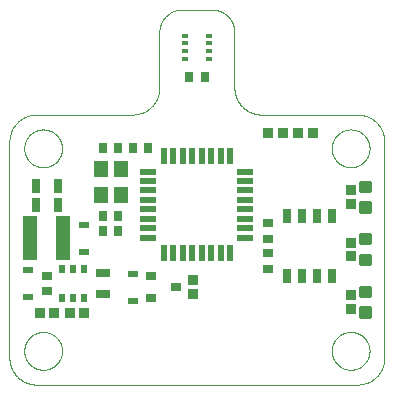
<source format=gtp>
G75*
%MOIN*%
%OFA0B0*%
%FSLAX25Y25*%
%IPPOS*%
%LPD*%
%AMOC8*
5,1,8,0,0,1.08239X$1,22.5*
%
%ADD10C,0.00000*%
%ADD11R,0.03543X0.02756*%
%ADD12R,0.04724X0.03150*%
%ADD13R,0.03150X0.04724*%
%ADD14R,0.03268X0.02480*%
%ADD15R,0.04724X0.14567*%
%ADD16R,0.03346X0.03543*%
%ADD17R,0.05709X0.01969*%
%ADD18R,0.01969X0.05709*%
%ADD19R,0.01969X0.01378*%
%ADD20R,0.02756X0.03543*%
%ADD21C,0.01181*%
%ADD22R,0.03543X0.03346*%
%ADD23R,0.02500X0.05000*%
%ADD24R,0.02480X0.03150*%
%ADD25R,0.03200X0.03500*%
%ADD26R,0.04724X0.05512*%
%ADD27R,0.03543X0.03150*%
D10*
X0009300Y0017556D02*
X0009300Y0089556D01*
X0009303Y0089773D01*
X0009311Y0089991D01*
X0009324Y0090208D01*
X0009342Y0090425D01*
X0009366Y0090641D01*
X0009394Y0090856D01*
X0009428Y0091071D01*
X0009468Y0091285D01*
X0009512Y0091498D01*
X0009562Y0091710D01*
X0009616Y0091920D01*
X0009676Y0092130D01*
X0009740Y0092337D01*
X0009810Y0092543D01*
X0009885Y0092747D01*
X0009964Y0092950D01*
X0010049Y0093150D01*
X0010138Y0093349D01*
X0010232Y0093545D01*
X0010331Y0093739D01*
X0010434Y0093930D01*
X0010542Y0094119D01*
X0010655Y0094305D01*
X0010772Y0094488D01*
X0010893Y0094669D01*
X0011019Y0094846D01*
X0011149Y0095020D01*
X0011283Y0095192D01*
X0011421Y0095360D01*
X0011563Y0095524D01*
X0011710Y0095685D01*
X0011860Y0095843D01*
X0012013Y0095996D01*
X0012171Y0096146D01*
X0012332Y0096293D01*
X0012496Y0096435D01*
X0012664Y0096573D01*
X0012836Y0096707D01*
X0013010Y0096837D01*
X0013187Y0096963D01*
X0013368Y0097084D01*
X0013551Y0097201D01*
X0013737Y0097314D01*
X0013926Y0097422D01*
X0014117Y0097525D01*
X0014311Y0097624D01*
X0014507Y0097718D01*
X0014706Y0097807D01*
X0014906Y0097892D01*
X0015109Y0097971D01*
X0015313Y0098046D01*
X0015519Y0098116D01*
X0015726Y0098180D01*
X0015936Y0098240D01*
X0016146Y0098294D01*
X0016358Y0098344D01*
X0016571Y0098388D01*
X0016785Y0098428D01*
X0017000Y0098462D01*
X0017215Y0098490D01*
X0017431Y0098514D01*
X0017648Y0098532D01*
X0017865Y0098545D01*
X0018083Y0098553D01*
X0018300Y0098556D01*
X0050300Y0098556D01*
X0050517Y0098559D01*
X0050735Y0098567D01*
X0050952Y0098580D01*
X0051169Y0098598D01*
X0051385Y0098622D01*
X0051600Y0098650D01*
X0051815Y0098684D01*
X0052029Y0098724D01*
X0052242Y0098768D01*
X0052454Y0098818D01*
X0052664Y0098872D01*
X0052874Y0098932D01*
X0053081Y0098996D01*
X0053287Y0099066D01*
X0053491Y0099141D01*
X0053694Y0099220D01*
X0053894Y0099305D01*
X0054093Y0099394D01*
X0054289Y0099488D01*
X0054483Y0099587D01*
X0054674Y0099690D01*
X0054863Y0099798D01*
X0055049Y0099911D01*
X0055232Y0100028D01*
X0055413Y0100149D01*
X0055590Y0100275D01*
X0055764Y0100405D01*
X0055936Y0100539D01*
X0056104Y0100677D01*
X0056268Y0100819D01*
X0056429Y0100966D01*
X0056587Y0101116D01*
X0056740Y0101269D01*
X0056890Y0101427D01*
X0057037Y0101588D01*
X0057179Y0101752D01*
X0057317Y0101920D01*
X0057451Y0102092D01*
X0057581Y0102266D01*
X0057707Y0102443D01*
X0057828Y0102624D01*
X0057945Y0102807D01*
X0058058Y0102993D01*
X0058166Y0103182D01*
X0058269Y0103373D01*
X0058368Y0103567D01*
X0058462Y0103763D01*
X0058551Y0103962D01*
X0058636Y0104162D01*
X0058715Y0104365D01*
X0058790Y0104569D01*
X0058860Y0104775D01*
X0058924Y0104982D01*
X0058984Y0105192D01*
X0059038Y0105402D01*
X0059088Y0105614D01*
X0059132Y0105827D01*
X0059172Y0106041D01*
X0059206Y0106256D01*
X0059234Y0106471D01*
X0059258Y0106687D01*
X0059276Y0106904D01*
X0059289Y0107121D01*
X0059297Y0107339D01*
X0059300Y0107556D01*
X0059300Y0126056D01*
X0059302Y0126237D01*
X0059309Y0126418D01*
X0059320Y0126599D01*
X0059335Y0126780D01*
X0059355Y0126960D01*
X0059379Y0127140D01*
X0059407Y0127319D01*
X0059440Y0127497D01*
X0059477Y0127674D01*
X0059518Y0127851D01*
X0059563Y0128026D01*
X0059613Y0128201D01*
X0059667Y0128374D01*
X0059725Y0128545D01*
X0059787Y0128716D01*
X0059854Y0128884D01*
X0059924Y0129051D01*
X0059998Y0129217D01*
X0060077Y0129380D01*
X0060159Y0129541D01*
X0060245Y0129701D01*
X0060335Y0129858D01*
X0060429Y0130013D01*
X0060526Y0130166D01*
X0060628Y0130316D01*
X0060732Y0130464D01*
X0060841Y0130610D01*
X0060952Y0130752D01*
X0061068Y0130892D01*
X0061186Y0131029D01*
X0061308Y0131164D01*
X0061433Y0131295D01*
X0061561Y0131423D01*
X0061692Y0131548D01*
X0061827Y0131670D01*
X0061964Y0131788D01*
X0062104Y0131904D01*
X0062246Y0132015D01*
X0062392Y0132124D01*
X0062540Y0132228D01*
X0062690Y0132330D01*
X0062843Y0132427D01*
X0062998Y0132521D01*
X0063155Y0132611D01*
X0063315Y0132697D01*
X0063476Y0132779D01*
X0063639Y0132858D01*
X0063805Y0132932D01*
X0063972Y0133002D01*
X0064140Y0133069D01*
X0064311Y0133131D01*
X0064482Y0133189D01*
X0064655Y0133243D01*
X0064830Y0133293D01*
X0065005Y0133338D01*
X0065182Y0133379D01*
X0065359Y0133416D01*
X0065537Y0133449D01*
X0065716Y0133477D01*
X0065896Y0133501D01*
X0066076Y0133521D01*
X0066257Y0133536D01*
X0066438Y0133547D01*
X0066619Y0133554D01*
X0066800Y0133556D01*
X0076800Y0133556D01*
X0076981Y0133554D01*
X0077162Y0133547D01*
X0077343Y0133536D01*
X0077524Y0133521D01*
X0077704Y0133501D01*
X0077884Y0133477D01*
X0078063Y0133449D01*
X0078241Y0133416D01*
X0078418Y0133379D01*
X0078595Y0133338D01*
X0078770Y0133293D01*
X0078945Y0133243D01*
X0079118Y0133189D01*
X0079289Y0133131D01*
X0079460Y0133069D01*
X0079628Y0133002D01*
X0079795Y0132932D01*
X0079961Y0132858D01*
X0080124Y0132779D01*
X0080285Y0132697D01*
X0080445Y0132611D01*
X0080602Y0132521D01*
X0080757Y0132427D01*
X0080910Y0132330D01*
X0081060Y0132228D01*
X0081208Y0132124D01*
X0081354Y0132015D01*
X0081496Y0131904D01*
X0081636Y0131788D01*
X0081773Y0131670D01*
X0081908Y0131548D01*
X0082039Y0131423D01*
X0082167Y0131295D01*
X0082292Y0131164D01*
X0082414Y0131029D01*
X0082532Y0130892D01*
X0082648Y0130752D01*
X0082759Y0130610D01*
X0082868Y0130464D01*
X0082972Y0130316D01*
X0083074Y0130166D01*
X0083171Y0130013D01*
X0083265Y0129858D01*
X0083355Y0129701D01*
X0083441Y0129541D01*
X0083523Y0129380D01*
X0083602Y0129217D01*
X0083676Y0129051D01*
X0083746Y0128884D01*
X0083813Y0128716D01*
X0083875Y0128545D01*
X0083933Y0128374D01*
X0083987Y0128201D01*
X0084037Y0128026D01*
X0084082Y0127851D01*
X0084123Y0127674D01*
X0084160Y0127497D01*
X0084193Y0127319D01*
X0084221Y0127140D01*
X0084245Y0126960D01*
X0084265Y0126780D01*
X0084280Y0126599D01*
X0084291Y0126418D01*
X0084298Y0126237D01*
X0084300Y0126056D01*
X0084300Y0107556D01*
X0084303Y0107339D01*
X0084311Y0107121D01*
X0084324Y0106904D01*
X0084342Y0106687D01*
X0084366Y0106471D01*
X0084394Y0106256D01*
X0084428Y0106041D01*
X0084468Y0105827D01*
X0084512Y0105614D01*
X0084562Y0105402D01*
X0084616Y0105192D01*
X0084676Y0104982D01*
X0084740Y0104775D01*
X0084810Y0104569D01*
X0084885Y0104365D01*
X0084964Y0104162D01*
X0085049Y0103962D01*
X0085138Y0103763D01*
X0085232Y0103567D01*
X0085331Y0103373D01*
X0085434Y0103182D01*
X0085542Y0102993D01*
X0085655Y0102807D01*
X0085772Y0102624D01*
X0085893Y0102443D01*
X0086019Y0102266D01*
X0086149Y0102092D01*
X0086283Y0101920D01*
X0086421Y0101752D01*
X0086563Y0101588D01*
X0086710Y0101427D01*
X0086860Y0101269D01*
X0087013Y0101116D01*
X0087171Y0100966D01*
X0087332Y0100819D01*
X0087496Y0100677D01*
X0087664Y0100539D01*
X0087836Y0100405D01*
X0088010Y0100275D01*
X0088187Y0100149D01*
X0088368Y0100028D01*
X0088551Y0099911D01*
X0088737Y0099798D01*
X0088926Y0099690D01*
X0089117Y0099587D01*
X0089311Y0099488D01*
X0089507Y0099394D01*
X0089706Y0099305D01*
X0089906Y0099220D01*
X0090109Y0099141D01*
X0090313Y0099066D01*
X0090519Y0098996D01*
X0090726Y0098932D01*
X0090936Y0098872D01*
X0091146Y0098818D01*
X0091358Y0098768D01*
X0091571Y0098724D01*
X0091785Y0098684D01*
X0092000Y0098650D01*
X0092215Y0098622D01*
X0092431Y0098598D01*
X0092648Y0098580D01*
X0092865Y0098567D01*
X0093083Y0098559D01*
X0093300Y0098556D01*
X0125300Y0098556D01*
X0125517Y0098553D01*
X0125735Y0098545D01*
X0125952Y0098532D01*
X0126169Y0098514D01*
X0126385Y0098490D01*
X0126600Y0098462D01*
X0126815Y0098428D01*
X0127029Y0098388D01*
X0127242Y0098344D01*
X0127454Y0098294D01*
X0127664Y0098240D01*
X0127874Y0098180D01*
X0128081Y0098116D01*
X0128287Y0098046D01*
X0128491Y0097971D01*
X0128694Y0097892D01*
X0128894Y0097807D01*
X0129093Y0097718D01*
X0129289Y0097624D01*
X0129483Y0097525D01*
X0129674Y0097422D01*
X0129863Y0097314D01*
X0130049Y0097201D01*
X0130232Y0097084D01*
X0130413Y0096963D01*
X0130590Y0096837D01*
X0130764Y0096707D01*
X0130936Y0096573D01*
X0131104Y0096435D01*
X0131268Y0096293D01*
X0131429Y0096146D01*
X0131587Y0095996D01*
X0131740Y0095843D01*
X0131890Y0095685D01*
X0132037Y0095524D01*
X0132179Y0095360D01*
X0132317Y0095192D01*
X0132451Y0095020D01*
X0132581Y0094846D01*
X0132707Y0094669D01*
X0132828Y0094488D01*
X0132945Y0094305D01*
X0133058Y0094119D01*
X0133166Y0093930D01*
X0133269Y0093739D01*
X0133368Y0093545D01*
X0133462Y0093349D01*
X0133551Y0093150D01*
X0133636Y0092950D01*
X0133715Y0092747D01*
X0133790Y0092543D01*
X0133860Y0092337D01*
X0133924Y0092130D01*
X0133984Y0091920D01*
X0134038Y0091710D01*
X0134088Y0091498D01*
X0134132Y0091285D01*
X0134172Y0091071D01*
X0134206Y0090856D01*
X0134234Y0090641D01*
X0134258Y0090425D01*
X0134276Y0090208D01*
X0134289Y0089991D01*
X0134297Y0089773D01*
X0134300Y0089556D01*
X0134300Y0017556D01*
X0134297Y0017339D01*
X0134289Y0017121D01*
X0134276Y0016904D01*
X0134258Y0016687D01*
X0134234Y0016471D01*
X0134206Y0016256D01*
X0134172Y0016041D01*
X0134132Y0015827D01*
X0134088Y0015614D01*
X0134038Y0015402D01*
X0133984Y0015192D01*
X0133924Y0014982D01*
X0133860Y0014775D01*
X0133790Y0014569D01*
X0133715Y0014365D01*
X0133636Y0014162D01*
X0133551Y0013962D01*
X0133462Y0013763D01*
X0133368Y0013567D01*
X0133269Y0013373D01*
X0133166Y0013182D01*
X0133058Y0012993D01*
X0132945Y0012807D01*
X0132828Y0012624D01*
X0132707Y0012443D01*
X0132581Y0012266D01*
X0132451Y0012092D01*
X0132317Y0011920D01*
X0132179Y0011752D01*
X0132037Y0011588D01*
X0131890Y0011427D01*
X0131740Y0011269D01*
X0131587Y0011116D01*
X0131429Y0010966D01*
X0131268Y0010819D01*
X0131104Y0010677D01*
X0130936Y0010539D01*
X0130764Y0010405D01*
X0130590Y0010275D01*
X0130413Y0010149D01*
X0130232Y0010028D01*
X0130049Y0009911D01*
X0129863Y0009798D01*
X0129674Y0009690D01*
X0129483Y0009587D01*
X0129289Y0009488D01*
X0129093Y0009394D01*
X0128894Y0009305D01*
X0128694Y0009220D01*
X0128491Y0009141D01*
X0128287Y0009066D01*
X0128081Y0008996D01*
X0127874Y0008932D01*
X0127664Y0008872D01*
X0127454Y0008818D01*
X0127242Y0008768D01*
X0127029Y0008724D01*
X0126815Y0008684D01*
X0126600Y0008650D01*
X0126385Y0008622D01*
X0126169Y0008598D01*
X0125952Y0008580D01*
X0125735Y0008567D01*
X0125517Y0008559D01*
X0125300Y0008556D01*
X0018300Y0008556D01*
X0018083Y0008559D01*
X0017865Y0008567D01*
X0017648Y0008580D01*
X0017431Y0008598D01*
X0017215Y0008622D01*
X0017000Y0008650D01*
X0016785Y0008684D01*
X0016571Y0008724D01*
X0016358Y0008768D01*
X0016146Y0008818D01*
X0015936Y0008872D01*
X0015726Y0008932D01*
X0015519Y0008996D01*
X0015313Y0009066D01*
X0015109Y0009141D01*
X0014906Y0009220D01*
X0014706Y0009305D01*
X0014507Y0009394D01*
X0014311Y0009488D01*
X0014117Y0009587D01*
X0013926Y0009690D01*
X0013737Y0009798D01*
X0013551Y0009911D01*
X0013368Y0010028D01*
X0013187Y0010149D01*
X0013010Y0010275D01*
X0012836Y0010405D01*
X0012664Y0010539D01*
X0012496Y0010677D01*
X0012332Y0010819D01*
X0012171Y0010966D01*
X0012013Y0011116D01*
X0011860Y0011269D01*
X0011710Y0011427D01*
X0011563Y0011588D01*
X0011421Y0011752D01*
X0011283Y0011920D01*
X0011149Y0012092D01*
X0011019Y0012266D01*
X0010893Y0012443D01*
X0010772Y0012624D01*
X0010655Y0012807D01*
X0010542Y0012993D01*
X0010434Y0013182D01*
X0010331Y0013373D01*
X0010232Y0013567D01*
X0010138Y0013763D01*
X0010049Y0013962D01*
X0009964Y0014162D01*
X0009885Y0014365D01*
X0009810Y0014569D01*
X0009740Y0014775D01*
X0009676Y0014982D01*
X0009616Y0015192D01*
X0009562Y0015402D01*
X0009512Y0015614D01*
X0009468Y0015827D01*
X0009428Y0016041D01*
X0009394Y0016256D01*
X0009366Y0016471D01*
X0009342Y0016687D01*
X0009324Y0016904D01*
X0009311Y0017121D01*
X0009303Y0017339D01*
X0009300Y0017556D01*
X0014251Y0019806D02*
X0014253Y0019964D01*
X0014259Y0020122D01*
X0014269Y0020280D01*
X0014283Y0020438D01*
X0014301Y0020595D01*
X0014322Y0020752D01*
X0014348Y0020908D01*
X0014378Y0021064D01*
X0014411Y0021219D01*
X0014449Y0021372D01*
X0014490Y0021525D01*
X0014535Y0021677D01*
X0014584Y0021828D01*
X0014637Y0021977D01*
X0014693Y0022125D01*
X0014753Y0022271D01*
X0014817Y0022416D01*
X0014885Y0022559D01*
X0014956Y0022701D01*
X0015030Y0022841D01*
X0015108Y0022978D01*
X0015190Y0023114D01*
X0015274Y0023248D01*
X0015363Y0023379D01*
X0015454Y0023508D01*
X0015549Y0023635D01*
X0015646Y0023760D01*
X0015747Y0023882D01*
X0015851Y0024001D01*
X0015958Y0024118D01*
X0016068Y0024232D01*
X0016181Y0024343D01*
X0016296Y0024452D01*
X0016414Y0024557D01*
X0016535Y0024659D01*
X0016658Y0024759D01*
X0016784Y0024855D01*
X0016912Y0024948D01*
X0017042Y0025038D01*
X0017175Y0025124D01*
X0017310Y0025208D01*
X0017446Y0025287D01*
X0017585Y0025364D01*
X0017726Y0025436D01*
X0017868Y0025506D01*
X0018012Y0025571D01*
X0018158Y0025633D01*
X0018305Y0025691D01*
X0018454Y0025746D01*
X0018604Y0025797D01*
X0018755Y0025844D01*
X0018907Y0025887D01*
X0019060Y0025926D01*
X0019215Y0025962D01*
X0019370Y0025993D01*
X0019526Y0026021D01*
X0019682Y0026045D01*
X0019839Y0026065D01*
X0019997Y0026081D01*
X0020154Y0026093D01*
X0020313Y0026101D01*
X0020471Y0026105D01*
X0020629Y0026105D01*
X0020787Y0026101D01*
X0020946Y0026093D01*
X0021103Y0026081D01*
X0021261Y0026065D01*
X0021418Y0026045D01*
X0021574Y0026021D01*
X0021730Y0025993D01*
X0021885Y0025962D01*
X0022040Y0025926D01*
X0022193Y0025887D01*
X0022345Y0025844D01*
X0022496Y0025797D01*
X0022646Y0025746D01*
X0022795Y0025691D01*
X0022942Y0025633D01*
X0023088Y0025571D01*
X0023232Y0025506D01*
X0023374Y0025436D01*
X0023515Y0025364D01*
X0023654Y0025287D01*
X0023790Y0025208D01*
X0023925Y0025124D01*
X0024058Y0025038D01*
X0024188Y0024948D01*
X0024316Y0024855D01*
X0024442Y0024759D01*
X0024565Y0024659D01*
X0024686Y0024557D01*
X0024804Y0024452D01*
X0024919Y0024343D01*
X0025032Y0024232D01*
X0025142Y0024118D01*
X0025249Y0024001D01*
X0025353Y0023882D01*
X0025454Y0023760D01*
X0025551Y0023635D01*
X0025646Y0023508D01*
X0025737Y0023379D01*
X0025826Y0023248D01*
X0025910Y0023114D01*
X0025992Y0022978D01*
X0026070Y0022841D01*
X0026144Y0022701D01*
X0026215Y0022559D01*
X0026283Y0022416D01*
X0026347Y0022271D01*
X0026407Y0022125D01*
X0026463Y0021977D01*
X0026516Y0021828D01*
X0026565Y0021677D01*
X0026610Y0021525D01*
X0026651Y0021372D01*
X0026689Y0021219D01*
X0026722Y0021064D01*
X0026752Y0020908D01*
X0026778Y0020752D01*
X0026799Y0020595D01*
X0026817Y0020438D01*
X0026831Y0020280D01*
X0026841Y0020122D01*
X0026847Y0019964D01*
X0026849Y0019806D01*
X0026847Y0019648D01*
X0026841Y0019490D01*
X0026831Y0019332D01*
X0026817Y0019174D01*
X0026799Y0019017D01*
X0026778Y0018860D01*
X0026752Y0018704D01*
X0026722Y0018548D01*
X0026689Y0018393D01*
X0026651Y0018240D01*
X0026610Y0018087D01*
X0026565Y0017935D01*
X0026516Y0017784D01*
X0026463Y0017635D01*
X0026407Y0017487D01*
X0026347Y0017341D01*
X0026283Y0017196D01*
X0026215Y0017053D01*
X0026144Y0016911D01*
X0026070Y0016771D01*
X0025992Y0016634D01*
X0025910Y0016498D01*
X0025826Y0016364D01*
X0025737Y0016233D01*
X0025646Y0016104D01*
X0025551Y0015977D01*
X0025454Y0015852D01*
X0025353Y0015730D01*
X0025249Y0015611D01*
X0025142Y0015494D01*
X0025032Y0015380D01*
X0024919Y0015269D01*
X0024804Y0015160D01*
X0024686Y0015055D01*
X0024565Y0014953D01*
X0024442Y0014853D01*
X0024316Y0014757D01*
X0024188Y0014664D01*
X0024058Y0014574D01*
X0023925Y0014488D01*
X0023790Y0014404D01*
X0023654Y0014325D01*
X0023515Y0014248D01*
X0023374Y0014176D01*
X0023232Y0014106D01*
X0023088Y0014041D01*
X0022942Y0013979D01*
X0022795Y0013921D01*
X0022646Y0013866D01*
X0022496Y0013815D01*
X0022345Y0013768D01*
X0022193Y0013725D01*
X0022040Y0013686D01*
X0021885Y0013650D01*
X0021730Y0013619D01*
X0021574Y0013591D01*
X0021418Y0013567D01*
X0021261Y0013547D01*
X0021103Y0013531D01*
X0020946Y0013519D01*
X0020787Y0013511D01*
X0020629Y0013507D01*
X0020471Y0013507D01*
X0020313Y0013511D01*
X0020154Y0013519D01*
X0019997Y0013531D01*
X0019839Y0013547D01*
X0019682Y0013567D01*
X0019526Y0013591D01*
X0019370Y0013619D01*
X0019215Y0013650D01*
X0019060Y0013686D01*
X0018907Y0013725D01*
X0018755Y0013768D01*
X0018604Y0013815D01*
X0018454Y0013866D01*
X0018305Y0013921D01*
X0018158Y0013979D01*
X0018012Y0014041D01*
X0017868Y0014106D01*
X0017726Y0014176D01*
X0017585Y0014248D01*
X0017446Y0014325D01*
X0017310Y0014404D01*
X0017175Y0014488D01*
X0017042Y0014574D01*
X0016912Y0014664D01*
X0016784Y0014757D01*
X0016658Y0014853D01*
X0016535Y0014953D01*
X0016414Y0015055D01*
X0016296Y0015160D01*
X0016181Y0015269D01*
X0016068Y0015380D01*
X0015958Y0015494D01*
X0015851Y0015611D01*
X0015747Y0015730D01*
X0015646Y0015852D01*
X0015549Y0015977D01*
X0015454Y0016104D01*
X0015363Y0016233D01*
X0015274Y0016364D01*
X0015190Y0016498D01*
X0015108Y0016634D01*
X0015030Y0016771D01*
X0014956Y0016911D01*
X0014885Y0017053D01*
X0014817Y0017196D01*
X0014753Y0017341D01*
X0014693Y0017487D01*
X0014637Y0017635D01*
X0014584Y0017784D01*
X0014535Y0017935D01*
X0014490Y0018087D01*
X0014449Y0018240D01*
X0014411Y0018393D01*
X0014378Y0018548D01*
X0014348Y0018704D01*
X0014322Y0018860D01*
X0014301Y0019017D01*
X0014283Y0019174D01*
X0014269Y0019332D01*
X0014259Y0019490D01*
X0014253Y0019648D01*
X0014251Y0019806D01*
X0014251Y0087306D02*
X0014253Y0087464D01*
X0014259Y0087622D01*
X0014269Y0087780D01*
X0014283Y0087938D01*
X0014301Y0088095D01*
X0014322Y0088252D01*
X0014348Y0088408D01*
X0014378Y0088564D01*
X0014411Y0088719D01*
X0014449Y0088872D01*
X0014490Y0089025D01*
X0014535Y0089177D01*
X0014584Y0089328D01*
X0014637Y0089477D01*
X0014693Y0089625D01*
X0014753Y0089771D01*
X0014817Y0089916D01*
X0014885Y0090059D01*
X0014956Y0090201D01*
X0015030Y0090341D01*
X0015108Y0090478D01*
X0015190Y0090614D01*
X0015274Y0090748D01*
X0015363Y0090879D01*
X0015454Y0091008D01*
X0015549Y0091135D01*
X0015646Y0091260D01*
X0015747Y0091382D01*
X0015851Y0091501D01*
X0015958Y0091618D01*
X0016068Y0091732D01*
X0016181Y0091843D01*
X0016296Y0091952D01*
X0016414Y0092057D01*
X0016535Y0092159D01*
X0016658Y0092259D01*
X0016784Y0092355D01*
X0016912Y0092448D01*
X0017042Y0092538D01*
X0017175Y0092624D01*
X0017310Y0092708D01*
X0017446Y0092787D01*
X0017585Y0092864D01*
X0017726Y0092936D01*
X0017868Y0093006D01*
X0018012Y0093071D01*
X0018158Y0093133D01*
X0018305Y0093191D01*
X0018454Y0093246D01*
X0018604Y0093297D01*
X0018755Y0093344D01*
X0018907Y0093387D01*
X0019060Y0093426D01*
X0019215Y0093462D01*
X0019370Y0093493D01*
X0019526Y0093521D01*
X0019682Y0093545D01*
X0019839Y0093565D01*
X0019997Y0093581D01*
X0020154Y0093593D01*
X0020313Y0093601D01*
X0020471Y0093605D01*
X0020629Y0093605D01*
X0020787Y0093601D01*
X0020946Y0093593D01*
X0021103Y0093581D01*
X0021261Y0093565D01*
X0021418Y0093545D01*
X0021574Y0093521D01*
X0021730Y0093493D01*
X0021885Y0093462D01*
X0022040Y0093426D01*
X0022193Y0093387D01*
X0022345Y0093344D01*
X0022496Y0093297D01*
X0022646Y0093246D01*
X0022795Y0093191D01*
X0022942Y0093133D01*
X0023088Y0093071D01*
X0023232Y0093006D01*
X0023374Y0092936D01*
X0023515Y0092864D01*
X0023654Y0092787D01*
X0023790Y0092708D01*
X0023925Y0092624D01*
X0024058Y0092538D01*
X0024188Y0092448D01*
X0024316Y0092355D01*
X0024442Y0092259D01*
X0024565Y0092159D01*
X0024686Y0092057D01*
X0024804Y0091952D01*
X0024919Y0091843D01*
X0025032Y0091732D01*
X0025142Y0091618D01*
X0025249Y0091501D01*
X0025353Y0091382D01*
X0025454Y0091260D01*
X0025551Y0091135D01*
X0025646Y0091008D01*
X0025737Y0090879D01*
X0025826Y0090748D01*
X0025910Y0090614D01*
X0025992Y0090478D01*
X0026070Y0090341D01*
X0026144Y0090201D01*
X0026215Y0090059D01*
X0026283Y0089916D01*
X0026347Y0089771D01*
X0026407Y0089625D01*
X0026463Y0089477D01*
X0026516Y0089328D01*
X0026565Y0089177D01*
X0026610Y0089025D01*
X0026651Y0088872D01*
X0026689Y0088719D01*
X0026722Y0088564D01*
X0026752Y0088408D01*
X0026778Y0088252D01*
X0026799Y0088095D01*
X0026817Y0087938D01*
X0026831Y0087780D01*
X0026841Y0087622D01*
X0026847Y0087464D01*
X0026849Y0087306D01*
X0026847Y0087148D01*
X0026841Y0086990D01*
X0026831Y0086832D01*
X0026817Y0086674D01*
X0026799Y0086517D01*
X0026778Y0086360D01*
X0026752Y0086204D01*
X0026722Y0086048D01*
X0026689Y0085893D01*
X0026651Y0085740D01*
X0026610Y0085587D01*
X0026565Y0085435D01*
X0026516Y0085284D01*
X0026463Y0085135D01*
X0026407Y0084987D01*
X0026347Y0084841D01*
X0026283Y0084696D01*
X0026215Y0084553D01*
X0026144Y0084411D01*
X0026070Y0084271D01*
X0025992Y0084134D01*
X0025910Y0083998D01*
X0025826Y0083864D01*
X0025737Y0083733D01*
X0025646Y0083604D01*
X0025551Y0083477D01*
X0025454Y0083352D01*
X0025353Y0083230D01*
X0025249Y0083111D01*
X0025142Y0082994D01*
X0025032Y0082880D01*
X0024919Y0082769D01*
X0024804Y0082660D01*
X0024686Y0082555D01*
X0024565Y0082453D01*
X0024442Y0082353D01*
X0024316Y0082257D01*
X0024188Y0082164D01*
X0024058Y0082074D01*
X0023925Y0081988D01*
X0023790Y0081904D01*
X0023654Y0081825D01*
X0023515Y0081748D01*
X0023374Y0081676D01*
X0023232Y0081606D01*
X0023088Y0081541D01*
X0022942Y0081479D01*
X0022795Y0081421D01*
X0022646Y0081366D01*
X0022496Y0081315D01*
X0022345Y0081268D01*
X0022193Y0081225D01*
X0022040Y0081186D01*
X0021885Y0081150D01*
X0021730Y0081119D01*
X0021574Y0081091D01*
X0021418Y0081067D01*
X0021261Y0081047D01*
X0021103Y0081031D01*
X0020946Y0081019D01*
X0020787Y0081011D01*
X0020629Y0081007D01*
X0020471Y0081007D01*
X0020313Y0081011D01*
X0020154Y0081019D01*
X0019997Y0081031D01*
X0019839Y0081047D01*
X0019682Y0081067D01*
X0019526Y0081091D01*
X0019370Y0081119D01*
X0019215Y0081150D01*
X0019060Y0081186D01*
X0018907Y0081225D01*
X0018755Y0081268D01*
X0018604Y0081315D01*
X0018454Y0081366D01*
X0018305Y0081421D01*
X0018158Y0081479D01*
X0018012Y0081541D01*
X0017868Y0081606D01*
X0017726Y0081676D01*
X0017585Y0081748D01*
X0017446Y0081825D01*
X0017310Y0081904D01*
X0017175Y0081988D01*
X0017042Y0082074D01*
X0016912Y0082164D01*
X0016784Y0082257D01*
X0016658Y0082353D01*
X0016535Y0082453D01*
X0016414Y0082555D01*
X0016296Y0082660D01*
X0016181Y0082769D01*
X0016068Y0082880D01*
X0015958Y0082994D01*
X0015851Y0083111D01*
X0015747Y0083230D01*
X0015646Y0083352D01*
X0015549Y0083477D01*
X0015454Y0083604D01*
X0015363Y0083733D01*
X0015274Y0083864D01*
X0015190Y0083998D01*
X0015108Y0084134D01*
X0015030Y0084271D01*
X0014956Y0084411D01*
X0014885Y0084553D01*
X0014817Y0084696D01*
X0014753Y0084841D01*
X0014693Y0084987D01*
X0014637Y0085135D01*
X0014584Y0085284D01*
X0014535Y0085435D01*
X0014490Y0085587D01*
X0014449Y0085740D01*
X0014411Y0085893D01*
X0014378Y0086048D01*
X0014348Y0086204D01*
X0014322Y0086360D01*
X0014301Y0086517D01*
X0014283Y0086674D01*
X0014269Y0086832D01*
X0014259Y0086990D01*
X0014253Y0087148D01*
X0014251Y0087306D01*
X0116751Y0087306D02*
X0116753Y0087464D01*
X0116759Y0087622D01*
X0116769Y0087780D01*
X0116783Y0087938D01*
X0116801Y0088095D01*
X0116822Y0088252D01*
X0116848Y0088408D01*
X0116878Y0088564D01*
X0116911Y0088719D01*
X0116949Y0088872D01*
X0116990Y0089025D01*
X0117035Y0089177D01*
X0117084Y0089328D01*
X0117137Y0089477D01*
X0117193Y0089625D01*
X0117253Y0089771D01*
X0117317Y0089916D01*
X0117385Y0090059D01*
X0117456Y0090201D01*
X0117530Y0090341D01*
X0117608Y0090478D01*
X0117690Y0090614D01*
X0117774Y0090748D01*
X0117863Y0090879D01*
X0117954Y0091008D01*
X0118049Y0091135D01*
X0118146Y0091260D01*
X0118247Y0091382D01*
X0118351Y0091501D01*
X0118458Y0091618D01*
X0118568Y0091732D01*
X0118681Y0091843D01*
X0118796Y0091952D01*
X0118914Y0092057D01*
X0119035Y0092159D01*
X0119158Y0092259D01*
X0119284Y0092355D01*
X0119412Y0092448D01*
X0119542Y0092538D01*
X0119675Y0092624D01*
X0119810Y0092708D01*
X0119946Y0092787D01*
X0120085Y0092864D01*
X0120226Y0092936D01*
X0120368Y0093006D01*
X0120512Y0093071D01*
X0120658Y0093133D01*
X0120805Y0093191D01*
X0120954Y0093246D01*
X0121104Y0093297D01*
X0121255Y0093344D01*
X0121407Y0093387D01*
X0121560Y0093426D01*
X0121715Y0093462D01*
X0121870Y0093493D01*
X0122026Y0093521D01*
X0122182Y0093545D01*
X0122339Y0093565D01*
X0122497Y0093581D01*
X0122654Y0093593D01*
X0122813Y0093601D01*
X0122971Y0093605D01*
X0123129Y0093605D01*
X0123287Y0093601D01*
X0123446Y0093593D01*
X0123603Y0093581D01*
X0123761Y0093565D01*
X0123918Y0093545D01*
X0124074Y0093521D01*
X0124230Y0093493D01*
X0124385Y0093462D01*
X0124540Y0093426D01*
X0124693Y0093387D01*
X0124845Y0093344D01*
X0124996Y0093297D01*
X0125146Y0093246D01*
X0125295Y0093191D01*
X0125442Y0093133D01*
X0125588Y0093071D01*
X0125732Y0093006D01*
X0125874Y0092936D01*
X0126015Y0092864D01*
X0126154Y0092787D01*
X0126290Y0092708D01*
X0126425Y0092624D01*
X0126558Y0092538D01*
X0126688Y0092448D01*
X0126816Y0092355D01*
X0126942Y0092259D01*
X0127065Y0092159D01*
X0127186Y0092057D01*
X0127304Y0091952D01*
X0127419Y0091843D01*
X0127532Y0091732D01*
X0127642Y0091618D01*
X0127749Y0091501D01*
X0127853Y0091382D01*
X0127954Y0091260D01*
X0128051Y0091135D01*
X0128146Y0091008D01*
X0128237Y0090879D01*
X0128326Y0090748D01*
X0128410Y0090614D01*
X0128492Y0090478D01*
X0128570Y0090341D01*
X0128644Y0090201D01*
X0128715Y0090059D01*
X0128783Y0089916D01*
X0128847Y0089771D01*
X0128907Y0089625D01*
X0128963Y0089477D01*
X0129016Y0089328D01*
X0129065Y0089177D01*
X0129110Y0089025D01*
X0129151Y0088872D01*
X0129189Y0088719D01*
X0129222Y0088564D01*
X0129252Y0088408D01*
X0129278Y0088252D01*
X0129299Y0088095D01*
X0129317Y0087938D01*
X0129331Y0087780D01*
X0129341Y0087622D01*
X0129347Y0087464D01*
X0129349Y0087306D01*
X0129347Y0087148D01*
X0129341Y0086990D01*
X0129331Y0086832D01*
X0129317Y0086674D01*
X0129299Y0086517D01*
X0129278Y0086360D01*
X0129252Y0086204D01*
X0129222Y0086048D01*
X0129189Y0085893D01*
X0129151Y0085740D01*
X0129110Y0085587D01*
X0129065Y0085435D01*
X0129016Y0085284D01*
X0128963Y0085135D01*
X0128907Y0084987D01*
X0128847Y0084841D01*
X0128783Y0084696D01*
X0128715Y0084553D01*
X0128644Y0084411D01*
X0128570Y0084271D01*
X0128492Y0084134D01*
X0128410Y0083998D01*
X0128326Y0083864D01*
X0128237Y0083733D01*
X0128146Y0083604D01*
X0128051Y0083477D01*
X0127954Y0083352D01*
X0127853Y0083230D01*
X0127749Y0083111D01*
X0127642Y0082994D01*
X0127532Y0082880D01*
X0127419Y0082769D01*
X0127304Y0082660D01*
X0127186Y0082555D01*
X0127065Y0082453D01*
X0126942Y0082353D01*
X0126816Y0082257D01*
X0126688Y0082164D01*
X0126558Y0082074D01*
X0126425Y0081988D01*
X0126290Y0081904D01*
X0126154Y0081825D01*
X0126015Y0081748D01*
X0125874Y0081676D01*
X0125732Y0081606D01*
X0125588Y0081541D01*
X0125442Y0081479D01*
X0125295Y0081421D01*
X0125146Y0081366D01*
X0124996Y0081315D01*
X0124845Y0081268D01*
X0124693Y0081225D01*
X0124540Y0081186D01*
X0124385Y0081150D01*
X0124230Y0081119D01*
X0124074Y0081091D01*
X0123918Y0081067D01*
X0123761Y0081047D01*
X0123603Y0081031D01*
X0123446Y0081019D01*
X0123287Y0081011D01*
X0123129Y0081007D01*
X0122971Y0081007D01*
X0122813Y0081011D01*
X0122654Y0081019D01*
X0122497Y0081031D01*
X0122339Y0081047D01*
X0122182Y0081067D01*
X0122026Y0081091D01*
X0121870Y0081119D01*
X0121715Y0081150D01*
X0121560Y0081186D01*
X0121407Y0081225D01*
X0121255Y0081268D01*
X0121104Y0081315D01*
X0120954Y0081366D01*
X0120805Y0081421D01*
X0120658Y0081479D01*
X0120512Y0081541D01*
X0120368Y0081606D01*
X0120226Y0081676D01*
X0120085Y0081748D01*
X0119946Y0081825D01*
X0119810Y0081904D01*
X0119675Y0081988D01*
X0119542Y0082074D01*
X0119412Y0082164D01*
X0119284Y0082257D01*
X0119158Y0082353D01*
X0119035Y0082453D01*
X0118914Y0082555D01*
X0118796Y0082660D01*
X0118681Y0082769D01*
X0118568Y0082880D01*
X0118458Y0082994D01*
X0118351Y0083111D01*
X0118247Y0083230D01*
X0118146Y0083352D01*
X0118049Y0083477D01*
X0117954Y0083604D01*
X0117863Y0083733D01*
X0117774Y0083864D01*
X0117690Y0083998D01*
X0117608Y0084134D01*
X0117530Y0084271D01*
X0117456Y0084411D01*
X0117385Y0084553D01*
X0117317Y0084696D01*
X0117253Y0084841D01*
X0117193Y0084987D01*
X0117137Y0085135D01*
X0117084Y0085284D01*
X0117035Y0085435D01*
X0116990Y0085587D01*
X0116949Y0085740D01*
X0116911Y0085893D01*
X0116878Y0086048D01*
X0116848Y0086204D01*
X0116822Y0086360D01*
X0116801Y0086517D01*
X0116783Y0086674D01*
X0116769Y0086832D01*
X0116759Y0086990D01*
X0116753Y0087148D01*
X0116751Y0087306D01*
X0116751Y0019806D02*
X0116753Y0019964D01*
X0116759Y0020122D01*
X0116769Y0020280D01*
X0116783Y0020438D01*
X0116801Y0020595D01*
X0116822Y0020752D01*
X0116848Y0020908D01*
X0116878Y0021064D01*
X0116911Y0021219D01*
X0116949Y0021372D01*
X0116990Y0021525D01*
X0117035Y0021677D01*
X0117084Y0021828D01*
X0117137Y0021977D01*
X0117193Y0022125D01*
X0117253Y0022271D01*
X0117317Y0022416D01*
X0117385Y0022559D01*
X0117456Y0022701D01*
X0117530Y0022841D01*
X0117608Y0022978D01*
X0117690Y0023114D01*
X0117774Y0023248D01*
X0117863Y0023379D01*
X0117954Y0023508D01*
X0118049Y0023635D01*
X0118146Y0023760D01*
X0118247Y0023882D01*
X0118351Y0024001D01*
X0118458Y0024118D01*
X0118568Y0024232D01*
X0118681Y0024343D01*
X0118796Y0024452D01*
X0118914Y0024557D01*
X0119035Y0024659D01*
X0119158Y0024759D01*
X0119284Y0024855D01*
X0119412Y0024948D01*
X0119542Y0025038D01*
X0119675Y0025124D01*
X0119810Y0025208D01*
X0119946Y0025287D01*
X0120085Y0025364D01*
X0120226Y0025436D01*
X0120368Y0025506D01*
X0120512Y0025571D01*
X0120658Y0025633D01*
X0120805Y0025691D01*
X0120954Y0025746D01*
X0121104Y0025797D01*
X0121255Y0025844D01*
X0121407Y0025887D01*
X0121560Y0025926D01*
X0121715Y0025962D01*
X0121870Y0025993D01*
X0122026Y0026021D01*
X0122182Y0026045D01*
X0122339Y0026065D01*
X0122497Y0026081D01*
X0122654Y0026093D01*
X0122813Y0026101D01*
X0122971Y0026105D01*
X0123129Y0026105D01*
X0123287Y0026101D01*
X0123446Y0026093D01*
X0123603Y0026081D01*
X0123761Y0026065D01*
X0123918Y0026045D01*
X0124074Y0026021D01*
X0124230Y0025993D01*
X0124385Y0025962D01*
X0124540Y0025926D01*
X0124693Y0025887D01*
X0124845Y0025844D01*
X0124996Y0025797D01*
X0125146Y0025746D01*
X0125295Y0025691D01*
X0125442Y0025633D01*
X0125588Y0025571D01*
X0125732Y0025506D01*
X0125874Y0025436D01*
X0126015Y0025364D01*
X0126154Y0025287D01*
X0126290Y0025208D01*
X0126425Y0025124D01*
X0126558Y0025038D01*
X0126688Y0024948D01*
X0126816Y0024855D01*
X0126942Y0024759D01*
X0127065Y0024659D01*
X0127186Y0024557D01*
X0127304Y0024452D01*
X0127419Y0024343D01*
X0127532Y0024232D01*
X0127642Y0024118D01*
X0127749Y0024001D01*
X0127853Y0023882D01*
X0127954Y0023760D01*
X0128051Y0023635D01*
X0128146Y0023508D01*
X0128237Y0023379D01*
X0128326Y0023248D01*
X0128410Y0023114D01*
X0128492Y0022978D01*
X0128570Y0022841D01*
X0128644Y0022701D01*
X0128715Y0022559D01*
X0128783Y0022416D01*
X0128847Y0022271D01*
X0128907Y0022125D01*
X0128963Y0021977D01*
X0129016Y0021828D01*
X0129065Y0021677D01*
X0129110Y0021525D01*
X0129151Y0021372D01*
X0129189Y0021219D01*
X0129222Y0021064D01*
X0129252Y0020908D01*
X0129278Y0020752D01*
X0129299Y0020595D01*
X0129317Y0020438D01*
X0129331Y0020280D01*
X0129341Y0020122D01*
X0129347Y0019964D01*
X0129349Y0019806D01*
X0129347Y0019648D01*
X0129341Y0019490D01*
X0129331Y0019332D01*
X0129317Y0019174D01*
X0129299Y0019017D01*
X0129278Y0018860D01*
X0129252Y0018704D01*
X0129222Y0018548D01*
X0129189Y0018393D01*
X0129151Y0018240D01*
X0129110Y0018087D01*
X0129065Y0017935D01*
X0129016Y0017784D01*
X0128963Y0017635D01*
X0128907Y0017487D01*
X0128847Y0017341D01*
X0128783Y0017196D01*
X0128715Y0017053D01*
X0128644Y0016911D01*
X0128570Y0016771D01*
X0128492Y0016634D01*
X0128410Y0016498D01*
X0128326Y0016364D01*
X0128237Y0016233D01*
X0128146Y0016104D01*
X0128051Y0015977D01*
X0127954Y0015852D01*
X0127853Y0015730D01*
X0127749Y0015611D01*
X0127642Y0015494D01*
X0127532Y0015380D01*
X0127419Y0015269D01*
X0127304Y0015160D01*
X0127186Y0015055D01*
X0127065Y0014953D01*
X0126942Y0014853D01*
X0126816Y0014757D01*
X0126688Y0014664D01*
X0126558Y0014574D01*
X0126425Y0014488D01*
X0126290Y0014404D01*
X0126154Y0014325D01*
X0126015Y0014248D01*
X0125874Y0014176D01*
X0125732Y0014106D01*
X0125588Y0014041D01*
X0125442Y0013979D01*
X0125295Y0013921D01*
X0125146Y0013866D01*
X0124996Y0013815D01*
X0124845Y0013768D01*
X0124693Y0013725D01*
X0124540Y0013686D01*
X0124385Y0013650D01*
X0124230Y0013619D01*
X0124074Y0013591D01*
X0123918Y0013567D01*
X0123761Y0013547D01*
X0123603Y0013531D01*
X0123446Y0013519D01*
X0123287Y0013511D01*
X0123129Y0013507D01*
X0122971Y0013507D01*
X0122813Y0013511D01*
X0122654Y0013519D01*
X0122497Y0013531D01*
X0122339Y0013547D01*
X0122182Y0013567D01*
X0122026Y0013591D01*
X0121870Y0013619D01*
X0121715Y0013650D01*
X0121560Y0013686D01*
X0121407Y0013725D01*
X0121255Y0013768D01*
X0121104Y0013815D01*
X0120954Y0013866D01*
X0120805Y0013921D01*
X0120658Y0013979D01*
X0120512Y0014041D01*
X0120368Y0014106D01*
X0120226Y0014176D01*
X0120085Y0014248D01*
X0119946Y0014325D01*
X0119810Y0014404D01*
X0119675Y0014488D01*
X0119542Y0014574D01*
X0119412Y0014664D01*
X0119284Y0014757D01*
X0119158Y0014853D01*
X0119035Y0014953D01*
X0118914Y0015055D01*
X0118796Y0015160D01*
X0118681Y0015269D01*
X0118568Y0015380D01*
X0118458Y0015494D01*
X0118351Y0015611D01*
X0118247Y0015730D01*
X0118146Y0015852D01*
X0118049Y0015977D01*
X0117954Y0016104D01*
X0117863Y0016233D01*
X0117774Y0016364D01*
X0117690Y0016498D01*
X0117608Y0016634D01*
X0117530Y0016771D01*
X0117456Y0016911D01*
X0117385Y0017053D01*
X0117317Y0017196D01*
X0117253Y0017341D01*
X0117193Y0017487D01*
X0117137Y0017635D01*
X0117084Y0017784D01*
X0117035Y0017935D01*
X0116990Y0018087D01*
X0116949Y0018240D01*
X0116911Y0018393D01*
X0116878Y0018548D01*
X0116848Y0018704D01*
X0116822Y0018860D01*
X0116801Y0019017D01*
X0116783Y0019174D01*
X0116769Y0019332D01*
X0116759Y0019490D01*
X0116753Y0019648D01*
X0116751Y0019806D01*
D11*
X0095550Y0047247D03*
X0095550Y0052365D03*
X0095550Y0057247D03*
X0095550Y0062365D03*
X0021800Y0044865D03*
X0021800Y0039747D03*
D12*
X0040550Y0038763D03*
X0040550Y0045849D03*
D13*
X0025343Y0068556D03*
X0025343Y0074806D03*
X0018257Y0074806D03*
X0018257Y0068556D03*
D14*
X0034300Y0061834D03*
X0034300Y0052778D03*
X0050550Y0045584D03*
X0050550Y0036528D03*
X0015550Y0037778D03*
X0015550Y0046834D03*
D15*
X0016288Y0057306D03*
X0027312Y0057306D03*
D16*
X0029517Y0032306D03*
X0034083Y0032306D03*
X0024083Y0032306D03*
X0019517Y0032306D03*
D17*
X0055658Y0057532D03*
X0055658Y0060682D03*
X0055658Y0063832D03*
X0055658Y0066981D03*
X0055658Y0070131D03*
X0055658Y0073280D03*
X0055658Y0076430D03*
X0055658Y0079580D03*
X0087942Y0079580D03*
X0087942Y0076430D03*
X0087942Y0073280D03*
X0087942Y0070131D03*
X0087942Y0066981D03*
X0087942Y0063832D03*
X0087942Y0060682D03*
X0087942Y0057532D03*
D18*
X0082824Y0052414D03*
X0079674Y0052414D03*
X0076524Y0052414D03*
X0073375Y0052414D03*
X0070225Y0052414D03*
X0067076Y0052414D03*
X0063926Y0052414D03*
X0060776Y0052414D03*
X0060776Y0084698D03*
X0063926Y0084698D03*
X0067076Y0084698D03*
X0070225Y0084698D03*
X0073375Y0084698D03*
X0076524Y0084698D03*
X0079674Y0084698D03*
X0082824Y0084698D03*
D19*
X0075835Y0117217D03*
X0075835Y0119777D03*
X0075835Y0122336D03*
X0075835Y0124895D03*
X0067765Y0124895D03*
X0067765Y0122336D03*
X0067765Y0119777D03*
X0067765Y0117217D03*
D20*
X0069241Y0111056D03*
X0074359Y0111056D03*
X0055609Y0087306D03*
X0050491Y0087306D03*
X0045609Y0087306D03*
X0040491Y0087306D03*
X0040491Y0064806D03*
X0040491Y0059806D03*
X0045609Y0059806D03*
X0045609Y0064806D03*
D21*
X0126672Y0066225D02*
X0129428Y0066225D01*
X0126672Y0066225D02*
X0126672Y0068981D01*
X0129428Y0068981D01*
X0129428Y0066225D01*
X0129428Y0067405D02*
X0126672Y0067405D01*
X0126672Y0068585D02*
X0129428Y0068585D01*
X0129428Y0073131D02*
X0126672Y0073131D01*
X0126672Y0075887D01*
X0129428Y0075887D01*
X0129428Y0073131D01*
X0129428Y0074311D02*
X0126672Y0074311D01*
X0126672Y0075491D02*
X0129428Y0075491D01*
X0129428Y0055631D02*
X0126672Y0055631D01*
X0126672Y0058387D01*
X0129428Y0058387D01*
X0129428Y0055631D01*
X0129428Y0056811D02*
X0126672Y0056811D01*
X0126672Y0057991D02*
X0129428Y0057991D01*
X0129428Y0048725D02*
X0126672Y0048725D01*
X0126672Y0051481D01*
X0129428Y0051481D01*
X0129428Y0048725D01*
X0129428Y0049905D02*
X0126672Y0049905D01*
X0126672Y0051085D02*
X0129428Y0051085D01*
X0129428Y0038131D02*
X0126672Y0038131D01*
X0126672Y0040887D01*
X0129428Y0040887D01*
X0129428Y0038131D01*
X0129428Y0039311D02*
X0126672Y0039311D01*
X0126672Y0040491D02*
X0129428Y0040491D01*
X0129428Y0031225D02*
X0126672Y0031225D01*
X0126672Y0033981D01*
X0129428Y0033981D01*
X0129428Y0031225D01*
X0129428Y0032405D02*
X0126672Y0032405D01*
X0126672Y0033585D02*
X0129428Y0033585D01*
D22*
X0123050Y0033773D03*
X0123050Y0038339D03*
X0123050Y0051273D03*
X0123050Y0055839D03*
X0123050Y0068773D03*
X0123050Y0073339D03*
X0070550Y0043339D03*
X0070550Y0038773D03*
D23*
X0101800Y0044806D03*
X0106800Y0044806D03*
X0111800Y0044806D03*
X0116800Y0044806D03*
X0116800Y0064806D03*
X0111800Y0064806D03*
X0106800Y0064806D03*
X0101800Y0064806D03*
D24*
X0034290Y0047030D03*
X0030550Y0047030D03*
X0026810Y0047030D03*
X0026810Y0037582D03*
X0030550Y0037582D03*
X0034290Y0037582D03*
D25*
X0095550Y0092306D03*
X0100550Y0092306D03*
X0105550Y0092306D03*
X0110550Y0092306D03*
D26*
X0046396Y0080387D03*
X0039704Y0080387D03*
X0039704Y0071725D03*
X0046396Y0071725D03*
D27*
X0056613Y0044796D03*
X0056613Y0037316D03*
X0064881Y0041056D03*
M02*

</source>
